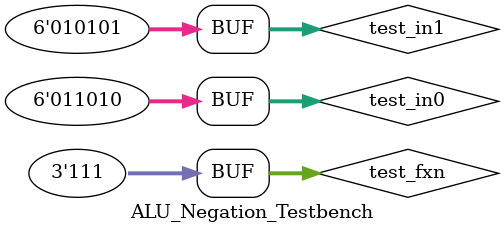
<source format=v>
`timescale 1ns / 100ps


module ALU_Negation_Testbench;
// Signal declaration
reg [5:0] test_in0, test_in1;
reg [2:0] test_fxn;
wire [5:0] output_vector;


// Instantiate circuit under test
ALU_Logic uut

(.A(test_in0), .B(test_in1), .fxn(test_fxn), .result(output_vector));

initial
begin

    test_in0 = 6'b011010; //90 in binary
    test_in1 = 6'b010101;
    
    test_fxn = 3'b000;
    # 200;
    
    test_fxn = 3'b001;
    # 200;
    
    test_fxn = 3'b010;
    # 200;
    
    test_fxn = 3'b011;
    # 200;
    
    test_fxn = 3'b100;
    # 200;
    
    test_fxn = 3'b101;
    # 200;
    
    test_fxn = 3'b110;
    # 200;
    
    test_fxn = 3'b111;
    # 200;
end

endmodule

</source>
